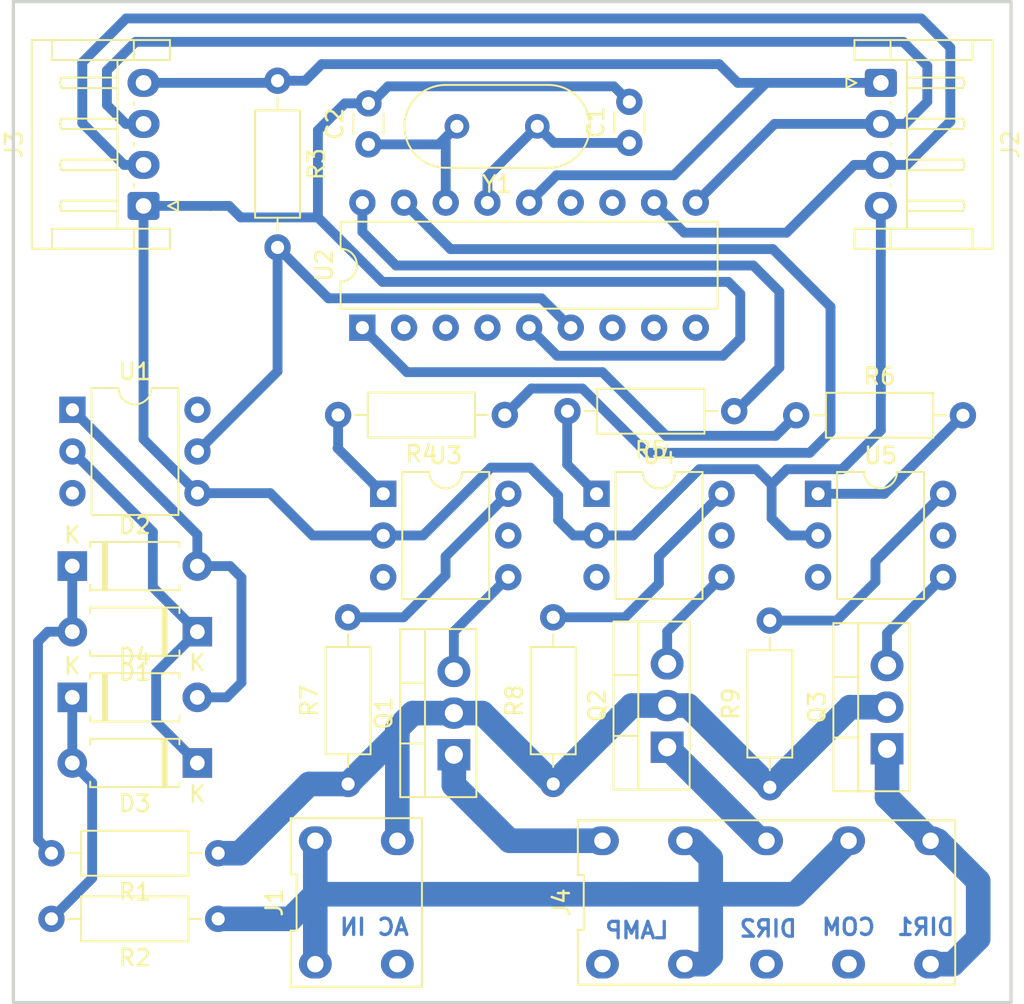
<source format=kicad_pcb>
(kicad_pcb (version 20211014) (generator pcbnew)
  (layers (0 "F.Cu" signal "cobre frontal") (31 "B.Cu" signal "Cobre traseira") (34 "B.Paste" user "Pasta traseira") (35 "F.Paste" user "Pasta frontal") (36 "B.SilkS" user "Serigrafia traseira") (37 "F.SilkS" user "Serigrafia frontal") (38 "B.Mask" user "Máscara traseira") (39 "F.Mask" user "Máscara frontal") (44 "Edge.Cuts" user "Cortes contorno"))
  (net 0 "")
  (net 3 "GND")
  (net 4 "+3V3")
  (net 5 "SCL")
  (net 6 "SDA")
  (net 21 "Net-(C1-Pad1)")
  (net 22 "Net-(C2-Pad1)")
  (net 23 "Net-(D1-Pad1)")
  (net 24 "Net-(D1-Pad2)")
  (net 25 "Net-(D2-Pad2)")
  (net 26 "Net-(D3-Pad2)")
  (net 27 "NEUT")
  (net 28 "LINE")
  (net 29 "Net-(Q1-Pad3)")
  (net 30 "Net-(Q2-Pad3)")
  (net 31 "Net-(Q3-Pad3)")
  (net 32 "ZCD")
  (net 33 "FAN_DIR1")
  (net 34 "Net-(R4-Pad2)")
  (net 35 "FAN_DIR2")
  (net 36 "Net-(R5-Pad2)")
  (net 37 "LAMP")
  (net 38 "Net-(R6-Pad2)")
  (net 39 "Net-(R7-Pad2)")
  (net 40 "Net-(R8-Pad2)")
  (net 41 "Net-(R9-Pad2)")
  (net 42 "FAN_DIR1_POWER")
  (net 43 "FAN_DIR2_POWER")
  (net 44 "LAMP_POWER")
  (footprint "Package_TO_SOT_THT:TO-220-3_Vertical" (layer "F.Cu") (at 73.045 65.14 90)
    (fp_text reference "Q3" (at 2.54 -4.27 90) (layer "F.SilkS"))
    (fp_text value "BTA16-600B")
    (pad "1" thru_hole rect (at 0 0 90) (size 1.905 2) (drill 1.1) (layers *.Cu *.Mask) (net 44 "LAMP_POWER"))
    (pad "2" thru_hole oval (at 2.54 0 90) (size 1.905 2) (drill 1.1) (layers *.Cu *.Mask) (net 28 "LINE"))
    (pad "3" thru_hole oval (at 5.08 0 90) (size 1.905 2) (drill 1.1) (layers *.Cu *.Mask) (net 31 "Net-(Q3-Pad3)"))
  )
  (footprint "Package_DIP:DIP-6_W7.62mm" (layer "F.Cu") (at 23.4 44.475)
    (fp_text reference "U1" (at 3.81 -2.33) (layer "F.SilkS"))
    (fp_text value "4N25")
    (pad "1" thru_hole rect (at 0 0) (size 1.6 1.6) (drill 0.8) (layers *.Cu *.Mask) (net 25 "Net-(D2-Pad2)"))
    (pad "2" thru_hole oval (at 0 2.54) (size 1.6 1.6) (drill 0.8) (layers *.Cu *.Mask) (net 23 "Net-(D1-Pad1)"))
    (pad "3" thru_hole oval (at 0 5.08) (size 1.6 1.6) (drill 0.8) (layers *.Cu *.Mask))
    (pad "4" thru_hole oval (at 7.62 5.08) (size 1.6 1.6) (drill 0.8) (layers *.Cu *.Mask) (net 3 "GND"))
    (pad "5" thru_hole oval (at 7.62 2.54) (size 1.6 1.6) (drill 0.8) (layers *.Cu *.Mask) (net 32 "ZCD"))
    (pad "6" thru_hole oval (at 7.62 0) (size 1.6 1.6) (drill 0.8) (layers *.Cu *.Mask))
  )
  (footprint "Resistor_THT:R_Axial_DIN0207_L6.3mm_D2.5mm_P10.16mm_Horizontal" (layer "F.Cu") (at 63.73 44.56 180)
    (fp_text reference "R5" (at 5.08 -2.37) (layer "F.SilkS"))
    (fp_text value "220R")
    (pad "1" thru_hole circle (at 0 0 180) (size 1.6 1.6) (drill 0.8) (layers *.Cu *.Mask) (net 35 "FAN_DIR2"))
    (pad "2" thru_hole oval (at 10.16 0 180) (size 1.6 1.6) (drill 0.8) (layers *.Cu *.Mask) (net 36 "Net-(R5-Pad2)"))
  )
  (footprint "Resistor_THT:R_Axial_DIN0207_L6.3mm_D2.5mm_P10.16mm_Horizontal" (layer "F.Cu") (at 35.9 24.42 -90)
    (fp_text reference "R3" (at 5.08 -2.37 90) (layer "F.SilkS"))
    (fp_text value "12k")
    (pad "1" thru_hole circle (at 0 0 270) (size 1.6 1.6) (drill 0.8) (layers *.Cu *.Mask) (net 4 "+3V3"))
    (pad "2" thru_hole oval (at 10.16 0 270) (size 1.6 1.6) (drill 0.8) (layers *.Cu *.Mask) (net 32 "ZCD"))
  )
  (footprint "Package_TO_SOT_THT:TO-220-3_Vertical" (layer "F.Cu") (at 46.645 65.5 90)
    (fp_text reference "Q1" (at 2.54 -4.27 90) (layer "F.SilkS"))
    (fp_text value "BTA16-600B")
    (pad "1" thru_hole rect (at 0 0 90) (size 1.905 2) (drill 1.1) (layers *.Cu *.Mask) (net 42 "FAN_DIR1_POWER"))
    (pad "2" thru_hole oval (at 2.54 0 90) (size 1.905 2) (drill 1.1) (layers *.Cu *.Mask) (net 28 "LINE"))
    (pad "3" thru_hole oval (at 5.08 0 90) (size 1.905 2) (drill 1.1) (layers *.Cu *.Mask) (net 29 "Net-(Q1-Pad3)"))
  )
  (footprint "Connector_Spring_Terminal_Block:Connector_Spring_Terminal_Block_5.00mm_5P_KF142V" (layer "F.Cu") (at 65.7 74.5)
    (fp_text reference "J4" (at -12.5 0 90) (layer "F.SilkS"))
    (fp_text value "Screw_Terminal_01x05")
    (pad "1" thru_hole oval (at -10 -3.76) (size 2 1.75) (drill 1) (layers *.Cu *.Mask) (net 42 "FAN_DIR1_POWER"))
    (pad "1" thru_hole oval (at -10 3.76) (size 2 1.75) (drill 1) (layers *.Cu *.Mask) (net 42 "FAN_DIR1_POWER"))
    (pad "2" thru_hole oval (at -5 -3.76) (size 2 1.75) (drill 1) (layers *.Cu *.Mask) (net 27 "NEUT"))
    (pad "2" thru_hole oval (at -5 3.76) (size 2 1.75) (drill 1) (layers *.Cu *.Mask) (net 27 "NEUT"))
    (pad "3" thru_hole oval (at 0 -3.76) (size 2 1.75) (drill 1) (layers *.Cu *.Mask) (net 43 "FAN_DIR2_POWER"))
    (pad "3" thru_hole oval (at 0 3.76) (size 2 1.75) (drill 1) (layers *.Cu *.Mask) (net 43 "FAN_DIR2_POWER"))
    (pad "4" thru_hole oval (at 5 3.76) (size 2 1.75) (drill 1) (layers *.Cu *.Mask) (net 27 "NEUT"))
    (pad "4" thru_hole oval (at 5 -3.76) (size 2 1.75) (drill 1) (layers *.Cu *.Mask) (net 27 "NEUT"))
    (pad "5" thru_hole oval (at 10 3.76) (size 2 1.75) (drill 1) (layers *.Cu *.Mask) (net 44 "LAMP_POWER"))
    (pad "5" thru_hole oval (at 10 -3.76) (size 2 1.75) (drill 1) (layers *.Cu *.Mask) (net 44 "LAMP_POWER"))
  )
  (footprint "Diode_THT:D_A-405_P7.62mm_Horizontal" (layer "F.Cu") (at 23.39 54)
    (fp_text reference "D2" (at 3.81 -2.47) (layer "F.SilkS"))
    (fp_text value "DIODE")
    (fp_text user "K" (at 0 -1.9) (layer "F.SilkS"))
    (pad "1" thru_hole rect (at 0 0) (size 1.8 1.8) (drill 0.9) (layers *.Cu *.Mask) (net 24 "Net-(D1-Pad2)"))
    (pad "2" thru_hole oval (at 7.62 0) (size 1.8 1.8) (drill 0.9) (layers *.Cu *.Mask) (net 25 "Net-(D2-Pad2)"))
  )
  (footprint "Diode_THT:D_A-405_P7.62mm_Horizontal" (layer "F.Cu") (at 31.01 58 180)
    (fp_text reference "D1" (at 3.81 -2.47) (layer "F.SilkS"))
    (fp_text value "DIODE")
    (fp_text user "K" (at 0 -1.9) (layer "F.SilkS"))
    (pad "1" thru_hole rect (at 0 0 180) (size 1.8 1.8) (drill 0.9) (layers *.Cu *.Mask) (net 23 "Net-(D1-Pad1)"))
    (pad "2" thru_hole oval (at 7.62 0 180) (size 1.8 1.8) (drill 0.9) (layers *.Cu *.Mask) (net 24 "Net-(D1-Pad2)"))
  )
  (footprint "Package_DIP:DIP-6_W7.62mm" (layer "F.Cu") (at 42.34 49.595)
    (fp_text reference "U3" (at 3.81 -2.33) (layer "F.SilkS"))
    (fp_text value "MOC3020M")
    (pad "1" thru_hole rect (at 0 0) (size 1.6 1.6) (drill 0.8) (layers *.Cu *.Mask) (net 34 "Net-(R4-Pad2)"))
    (pad "2" thru_hole oval (at 0 2.54) (size 1.6 1.6) (drill 0.8) (layers *.Cu *.Mask) (net 3 "GND"))
    (pad "3" thru_hole oval (at 0 5.08) (size 1.6 1.6) (drill 0.8) (layers *.Cu *.Mask))
    (pad "4" thru_hole oval (at 7.62 5.08) (size 1.6 1.6) (drill 0.8) (layers *.Cu *.Mask) (net 29 "Net-(Q1-Pad3)"))
    (pad "5" thru_hole oval (at 7.62 2.54) (size 1.6 1.6) (drill 0.8) (layers *.Cu *.Mask))
    (pad "6" thru_hole oval (at 7.62 0) (size 1.6 1.6) (drill 0.8) (layers *.Cu *.Mask) (net 39 "Net-(R7-Pad2)"))
  )
  (footprint "Package_DIP:DIP-18_W7.62mm" (layer "F.Cu") (at 41.07 39.47 90)
    (fp_text reference "U2" (at 3.81 -2.33 90) (layer "F.SilkS"))
    (fp_text value "PIC16F628A-IP")
    (pad "1" thru_hole rect (at 0 0 90) (size 1.6 1.6) (drill 0.8) (layers *.Cu *.Mask) (net 37 "LAMP"))
    (pad "2" thru_hole oval (at 0 2.54 90) (size 1.6 1.6) (drill 0.8) (layers *.Cu *.Mask))
    (pad "3" thru_hole oval (at 0 5.08 90) (size 1.6 1.6) (drill 0.8) (layers *.Cu *.Mask))
    (pad "4" thru_hole oval (at 0 7.62 90) (size 1.6 1.6) (drill 0.8) (layers *.Cu *.Mask))
    (pad "5" thru_hole oval (at 0 10.16 90) (size 1.6 1.6) (drill 0.8) (layers *.Cu *.Mask) (net 3 "GND"))
    (pad "6" thru_hole oval (at 0 12.7 90) (size 1.6 1.6) (drill 0.8) (layers *.Cu *.Mask) (net 32 "ZCD"))
    (pad "7" thru_hole oval (at 0 15.24 90) (size 1.6 1.6) (drill 0.8) (layers *.Cu *.Mask))
    (pad "8" thru_hole oval (at 0 17.78 90) (size 1.6 1.6) (drill 0.8) (layers *.Cu *.Mask))
    (pad "9" thru_hole oval (at 0 20.32 90) (size 1.6 1.6) (drill 0.8) (layers *.Cu *.Mask))
    (pad "10" thru_hole oval (at 7.62 20.32 90) (size 1.6 1.6) (drill 0.8) (layers *.Cu *.Mask) (net 5 "SCL"))
    (pad "11" thru_hole oval (at 7.62 17.78 90) (size 1.6 1.6) (drill 0.8) (layers *.Cu *.Mask) (net 6 "SDA"))
    (pad "12" thru_hole oval (at 7.62 15.24 90) (size 1.6 1.6) (drill 0.8) (layers *.Cu *.Mask))
    (pad "13" thru_hole oval (at 7.62 12.7 90) (size 1.6 1.6) (drill 0.8) (layers *.Cu *.Mask))
    (pad "14" thru_hole oval (at 7.62 10.16 90) (size 1.6 1.6) (drill 0.8) (layers *.Cu *.Mask) (net 4 "+3V3"))
    (pad "15" thru_hole oval (at 7.62 7.62 90) (size 1.6 1.6) (drill 0.8) (layers *.Cu *.Mask) (net 21 "Net-(C1-Pad1)"))
    (pad "16" thru_hole oval (at 7.62 5.08 90) (size 1.6 1.6) (drill 0.8) (layers *.Cu *.Mask) (net 22 "Net-(C2-Pad1)"))
    (pad "17" thru_hole oval (at 7.62 2.54 90) (size 1.6 1.6) (drill 0.8) (layers *.Cu *.Mask) (net 33 "FAN_DIR1"))
    (pad "18" thru_hole oval (at 7.62 0 90) (size 1.6 1.6) (drill 0.8) (layers *.Cu *.Mask) (net 35 "FAN_DIR2"))
  )
  (footprint "Resistor_THT:R_Axial_DIN0207_L6.3mm_D2.5mm_P10.16mm_Horizontal" (layer "F.Cu") (at 65.9 67.48 90)
    (fp_text reference "R9" (at 5.08 -2.37 90) (layer "F.SilkS"))
    (fp_text value "1k")
    (pad "1" thru_hole circle (at 0 0 90) (size 1.6 1.6) (drill 0.8) (layers *.Cu *.Mask) (net 28 "LINE"))
    (pad "2" thru_hole oval (at 10.16 0 90) (size 1.6 1.6) (drill 0.8) (layers *.Cu *.Mask) (net 41 "Net-(R9-Pad2)"))
  )
  (footprint "Package_TO_SOT_THT:TO-220-3_Vertical" (layer "F.Cu") (at 59.645 65.04 90)
    (fp_text reference "Q2" (at 2.54 -4.27 90) (layer "F.SilkS"))
    (fp_text value "BTA16-600B")
    (pad "1" thru_hole rect (at 0 0 90) (size 1.905 2) (drill 1.1) (layers *.Cu *.Mask) (net 43 "FAN_DIR2_POWER"))
    (pad "2" thru_hole oval (at 2.54 0 90) (size 1.905 2) (drill 1.1) (layers *.Cu *.Mask) (net 28 "LINE"))
    (pad "3" thru_hole oval (at 5.08 0 90) (size 1.905 2) (drill 1.1) (layers *.Cu *.Mask) (net 30 "Net-(Q2-Pad3)"))
  )
  (footprint "Resistor_THT:R_Axial_DIN0207_L6.3mm_D2.5mm_P10.16mm_Horizontal" (layer "F.Cu") (at 67.51 44.81)
    (fp_text reference "R6" (at 5.08 -2.37) (layer "F.SilkS"))
    (fp_text value "220R")
    (pad "1" thru_hole circle (at 0 0) (size 1.6 1.6) (drill 0.8) (layers *.Cu *.Mask) (net 37 "LAMP"))
    (pad "2" thru_hole oval (at 10.16 0) (size 1.6 1.6) (drill 0.8) (layers *.Cu *.Mask) (net 38 "Net-(R6-Pad2)"))
  )
  (footprint "Package_DIP:DIP-6_W7.62mm" (layer "F.Cu") (at 55.34 49.595)
    (fp_text reference "U4" (at 3.81 -2.33) (layer "F.SilkS"))
    (fp_text value "MOC3020M")
    (pad "1" thru_hole rect (at 0 0) (size 1.6 1.6) (drill 0.8) (layers *.Cu *.Mask) (net 36 "Net-(R5-Pad2)"))
    (pad "2" thru_hole oval (at 0 2.54) (size 1.6 1.6) (drill 0.8) (layers *.Cu *.Mask) (net 3 "GND"))
    (pad "3" thru_hole oval (at 0 5.08) (size 1.6 1.6) (drill 0.8) (layers *.Cu *.Mask))
    (pad "4" thru_hole oval (at 7.62 5.08) (size 1.6 1.6) (drill 0.8) (layers *.Cu *.Mask) (net 30 "Net-(Q2-Pad3)"))
    (pad "5" thru_hole oval (at 7.62 2.54) (size 1.6 1.6) (drill 0.8) (layers *.Cu *.Mask))
    (pad "6" thru_hole oval (at 7.62 0) (size 1.6 1.6) (drill 0.8) (layers *.Cu *.Mask) (net 40 "Net-(R8-Pad2)"))
  )
  (footprint "Resistor_THT:R_Axial_DIN0207_L6.3mm_D2.5mm_P10.16mm_Horizontal" (layer "F.Cu") (at 52.7 67.28 90)
    (fp_text reference "R8" (at 5.08 -2.37 90) (layer "F.SilkS"))
    (fp_text value "1k")
    (pad "1" thru_hole circle (at 0 0 90) (size 1.6 1.6) (drill 0.8) (layers *.Cu *.Mask) (net 28 "LINE"))
    (pad "2" thru_hole oval (at 10.16 0 90) (size 1.6 1.6) (drill 0.8) (layers *.Cu *.Mask) (net 40 "Net-(R8-Pad2)"))
  )
  (footprint "Connector_JST:JST_EH_S4B-EH_1x04_P2.50mm_Horizontal" (layer "F.Cu") (at 72.6675 24.55 -90)
    (fp_text reference "J2" (at 3.75 -7.9 90) (layer "F.SilkS"))
    (fp_text value "Conn_01x04")
    (pad "1" thru_hole roundrect (at 0 0 270) (size 1.7 1.95) (drill 0.95) (layers *.Cu *.Mask) (roundrect_rratio 0.1470588235) (net 4 "+3V3"))
    (pad "2" thru_hole oval (at 2.5 0 270) (size 1.7 1.95) (drill 0.95) (layers *.Cu *.Mask) (net 5 "SCL"))
    (pad "3" thru_hole oval (at 5 0 270) (size 1.7 1.95) (drill 0.95) (layers *.Cu *.Mask) (net 6 "SDA"))
    (pad "4" thru_hole oval (at 7.5 0 270) (size 1.7 1.95) (drill 0.95) (layers *.Cu *.Mask) (net 3 "GND"))
  )
  (footprint "Capacitor_THT:C_Disc_D3.0mm_W1.6mm_P2.50mm" (layer "F.Cu") (at 41.44 28.3 90)
    (fp_text reference "C2" (at 1.25 -2.05 90) (layer "F.SilkS"))
    (fp_text value "C_Small")
    (pad "1" thru_hole circle (at 0 0 90) (size 1.6 1.6) (drill 0.8) (layers *.Cu *.Mask) (net 22 "Net-(C2-Pad1)"))
    (pad "2" thru_hole circle (at 2.5 0 90) (size 1.6 1.6) (drill 0.8) (layers *.Cu *.Mask) (net 3 "GND"))
  )
  (footprint "Resistor_THT:R_Axial_DIN0207_L6.3mm_D2.5mm_P10.16mm_Horizontal" (layer "F.Cu") (at 40.2 67.28 90)
    (fp_text reference "R7" (at 5.08 -2.37 90) (layer "F.SilkS"))
    (fp_text value "1k")
    (pad "1" thru_hole circle (at 0 0 90) (size 1.6 1.6) (drill 0.8) (layers *.Cu *.Mask) (net 28 "LINE"))
    (pad "2" thru_hole oval (at 10.16 0 90) (size 1.6 1.6) (drill 0.8) (layers *.Cu *.Mask) (net 39 "Net-(R7-Pad2)"))
  )
  (footprint "Package_DIP:DIP-6_W7.62mm" (layer "F.Cu") (at 68.84 49.595)
    (fp_text reference "U5" (at 3.81 -2.33) (layer "F.SilkS"))
    (fp_text value "MOC3020M")
    (pad "1" thru_hole rect (at 0 0) (size 1.6 1.6) (drill 0.8) (layers *.Cu *.Mask) (net 38 "Net-(R6-Pad2)"))
    (pad "2" thru_hole oval (at 0 2.54) (size 1.6 1.6) (drill 0.8) (layers *.Cu *.Mask) (net 3 "GND"))
    (pad "3" thru_hole oval (at 0 5.08) (size 1.6 1.6) (drill 0.8) (layers *.Cu *.Mask))
    (pad "4" thru_hole oval (at 7.62 5.08) (size 1.6 1.6) (drill 0.8) (layers *.Cu *.Mask) (net 31 "Net-(Q3-Pad3)"))
    (pad "5" thru_hole oval (at 7.62 2.54) (size 1.6 1.6) (drill 0.8) (layers *.Cu *.Mask))
    (pad "6" thru_hole oval (at 7.62 0) (size 1.6 1.6) (drill 0.8) (layers *.Cu *.Mask) (net 41 "Net-(R9-Pad2)"))
  )
  (footprint "Diode_THT:D_A-405_P7.62mm_Horizontal" (layer "F.Cu") (at 31.01 66 180)
    (fp_text reference "D3" (at 3.81 -2.47) (layer "F.SilkS"))
    (fp_text value "DIODE")
    (fp_text user "K" (at 0 -1.9) (layer "F.SilkS"))
    (pad "1" thru_hole rect (at 0 0 180) (size 1.8 1.8) (drill 0.9) (layers *.Cu *.Mask) (net 23 "Net-(D1-Pad1)"))
    (pad "2" thru_hole oval (at 7.62 0 180) (size 1.8 1.8) (drill 0.9) (layers *.Cu *.Mask) (net 26 "Net-(D3-Pad2)"))
  )
  (footprint "Resistor_THT:R_Axial_DIN0207_L6.3mm_D2.5mm_P10.16mm_Horizontal" (layer "F.Cu") (at 32.28 71.5 180)
    (fp_text reference "R1" (at 5.08 -2.37) (layer "F.SilkS"))
    (fp_text value "56K")
    (pad "1" thru_hole circle (at 0 0 180) (size 1.6 1.6) (drill 0.8) (layers *.Cu *.Mask) (net 28 "LINE"))
    (pad "2" thru_hole oval (at 10.16 0 180) (size 1.6 1.6) (drill 0.8) (layers *.Cu *.Mask) (net 24 "Net-(D1-Pad2)"))
  )
  (footprint "Diode_THT:D_A-405_P7.62mm_Horizontal" (layer "F.Cu") (at 23.39 62)
    (fp_text reference "D4" (at 3.81 -2.47) (layer "F.SilkS"))
    (fp_text value "DIODE")
    (fp_text user "K" (at 0 -1.9) (layer "F.SilkS"))
    (pad "1" thru_hole rect (at 0 0) (size 1.8 1.8) (drill 0.9) (layers *.Cu *.Mask) (net 26 "Net-(D3-Pad2)"))
    (pad "2" thru_hole oval (at 7.62 0) (size 1.8 1.8) (drill 0.9) (layers *.Cu *.Mask) (net 25 "Net-(D2-Pad2)"))
  )
  (footprint "Resistor_THT:R_Axial_DIN0207_L6.3mm_D2.5mm_P10.16mm_Horizontal" (layer "F.Cu") (at 49.75 44.79 180)
    (fp_text reference "R4" (at 5.08 -2.37) (layer "F.SilkS"))
    (fp_text value "220R")
    (pad "1" thru_hole circle (at 0 0 180) (size 1.6 1.6) (drill 0.8) (layers *.Cu *.Mask) (net 33 "FAN_DIR1"))
    (pad "2" thru_hole oval (at 10.16 0 180) (size 1.6 1.6) (drill 0.8) (layers *.Cu *.Mask) (net 34 "Net-(R4-Pad2)"))
  )
  (footprint "Connector_JST:JST_EH_S4B-EH_1x04_P2.50mm_Horizontal" (layer "F.Cu") (at 27.7325 32.05 90)
    (fp_text reference "J3" (at 3.75 -7.9 90) (layer "F.SilkS"))
    (fp_text value "Conn_01x04")
    (pad "1" thru_hole roundrect (at 0 0 90) (size 1.7 1.95) (drill 0.95) (layers *.Cu *.Mask) (roundrect_rratio 0.1470588235) (net 3 "GND"))
    (pad "2" thru_hole oval (at 2.5 0 90) (size 1.7 1.95) (drill 0.95) (layers *.Cu *.Mask) (net 6 "SDA"))
    (pad "3" thru_hole oval (at 5 0 90) (size 1.7 1.95) (drill 0.95) (layers *.Cu *.Mask) (net 5 "SCL"))
    (pad "4" thru_hole oval (at 7.5 0 90) (size 1.7 1.95) (drill 0.95) (layers *.Cu *.Mask) (net 4 "+3V3"))
  )
  (footprint "Capacitor_THT:C_Disc_D3.0mm_W1.6mm_P2.50mm" (layer "F.Cu") (at 57.34 28.21 90)
    (fp_text reference "C1" (at 1.25 -2.05 90) (layer "F.SilkS"))
    (fp_text value "C_Small")
    (pad "1" thru_hole circle (at 0 0 90) (size 1.6 1.6) (drill 0.8) (layers *.Cu *.Mask) (net 21 "Net-(C1-Pad1)"))
    (pad "2" thru_hole circle (at 2.5 0 90) (size 1.6 1.6) (drill 0.8) (layers *.Cu *.Mask) (net 3 "GND"))
  )
  (footprint "Crystal:Crystal_HC18-U_Vertical" (layer "F.Cu") (at 51.73 27.2 180)
    (fp_text reference "Y1" (at 2.45 -3.525) (layer "F.SilkS"))
    (fp_text value "Crystal")
    (pad "1" thru_hole circle (at 0 0 180) (size 1.5 1.5) (drill 0.8) (layers *.Cu *.Mask) (net 21 "Net-(C1-Pad1)"))
    (pad "2" thru_hole circle (at 4.9 0 180) (size 1.5 1.5) (drill 0.8) (layers *.Cu *.Mask) (net 22 "Net-(C2-Pad1)"))
  )
  (footprint "Connector_Spring_Terminal_Block:Connector_Spring_Terminal_Block_5.00mm_2P_KF142V" (layer "F.Cu") (at 40.7 74.5)
    (fp_text reference "J1" (at -5 0 90) (layer "F.SilkS"))
    (fp_text value "Screw_Terminal_01x02")
    (pad "1" thru_hole oval (at -2.5 -3.76) (size 2 1.75) (drill 1) (layers *.Cu *.Mask) (net 27 "NEUT"))
    (pad "1" thru_hole oval (at -2.5 3.76) (size 2 1.75) (drill 1) (layers *.Cu *.Mask) (net 27 "NEUT"))
    (pad "2" thru_hole oval (at 2.5 3.76) (size 2 1.75) (drill 1) (layers *.Cu *.Mask) (net 28 "LINE"))
    (pad "2" thru_hole oval (at 2.5 -3.76) (size 2 1.75) (drill 1) (layers *.Cu *.Mask) (net 28 "LINE"))
  )
  (footprint "Resistor_THT:R_Axial_DIN0207_L6.3mm_D2.5mm_P10.16mm_Horizontal" (layer "F.Cu") (at 32.28 75.5 180)
    (fp_text reference "R2" (at 5.08 -2.37) (layer "F.SilkS"))
    (fp_text value "56K")
    (pad "1" thru_hole circle (at 0 0 180) (size 1.6 1.6) (drill 0.8) (layers *.Cu *.Mask) (net 27 "NEUT"))
    (pad "2" thru_hole oval (at 10.16 0 180) (size 1.6 1.6) (drill 0.8) (layers *.Cu *.Mask) (net 26 "Net-(D3-Pad2)"))
  )
  (gr_rect (start 19.8 19.6) (end 80.6 80.6) (layer "Edge.Cuts") (width 0.2) (fill none))
  (gr_text "DIR2" (at 65.8 76.1) (layer "B.Cu") (effects (font (size 1 1) (thickness 0.2)) (justify mirror)))
  (gr_text "LAMP" (at 57.8 76.2) (layer "B.Cu") (effects (font (size 1 1) (thickness 0.2)) (justify mirror)))
  (gr_text "AC IN" (at 41.8 76) (layer "B.Cu") (effects (font (size 1 1) (thickness 0.2)) (justify mirror)))
  (gr_text "COM" (at 70.7 76) (layer "B.Cu") (effects (font (size 1 1) (thickness 0.2)) (justify mirror)))
  (gr_text "DIR1" (at 75.4 76) (layer "B.Cu") (effects (font (size 1 1) (thickness 0.2)) (justify mirror)))
  (segment (start 40 25.8) (end 41.44 25.8) (width 0.6) (layer "B.Cu") (net 3))
  (segment (start 32.95 32.05) (end 33.65 32.75) (width 0.6) (layer "B.Cu") (net 3))
  (segment (start 31.02 49.555) (end 27.7325 46.2675) (width 0.6) (layer "B.Cu") (net 3))
  (segment (start 64.1 37.41) (end 64.1 40.13) (width 0.6) (layer "B.Cu") (net 3))
  (segment (start 42.29048 36.68048) (end 63.37048 36.68048) (width 0.6) (layer "B.Cu") (net 3))
  (segment (start 65.075489 48.095489) (end 66.01 49.03) (width 0.6) (layer "B.Cu") (net 3))
  (segment (start 72.6675 45.7325) (end 72.6675 32.05) (width 0.6) (layer "B.Cu") (net 3))
  (segment (start 57.565 52.135) (end 61.604511 48.095489) (width 0.6) (layer "B.Cu") (net 3))
  (segment (start 63.04952 41.18048) (end 52.94048 41.18048) (width 0.6) (layer "B.Cu") (net 3))
  (segment (start 42.34 52.135) (end 38.035 52.135) (width 0.6) (layer "B.Cu") (net 3))
  (segment (start 52.94048 41.18048) (end 51.23 39.47) (width 0.6) (layer "B.Cu") (net 3))
  (segment (start 67.055 52.135) (end 66.01 51.09) (width 0.6) (layer "B.Cu") (net 3))
  (segment (start 33.65 32.75) (end 38.36 32.75) (width 0.6) (layer "B.Cu") (net 3))
  (segment (start 42.34 52.135) (end 44.765 52.135) (width 0.6) (layer "B.Cu") (net 3))
  (segment (start 57.34 25.71) (end 56.39 24.76) (width 0.6) (layer "B.Cu") (net 3))
  (segment (start 68.84 52.135) (end 67.055 52.135) (width 0.6) (layer "B.Cu") (net 3))
  (segment (start 38.36 32.75) (end 42.29048 36.68048) (width 0.6) (layer "B.Cu") (net 3))
  (segment (start 70.304511 48.095489) (end 72.6675 45.7325) (width 0.6) (layer "B.Cu") (net 3))
  (segment (start 66.01 49.03) (end 66.944511 48.095489) (width 0.6) (layer "B.Cu") (net 3))
  (segment (start 64.1 40.13) (end 63.04952 41.18048) (width 0.6) (layer "B.Cu") (net 3))
  (segment (start 38.36 27.44) (end 40 25.8) (width 0.6) (layer "B.Cu") (net 3))
  (segment (start 27.7325 46.2675) (end 27.7325 32.05) (width 0.6) (layer "B.Cu") (net 3))
  (segment (start 27.7325 32.05) (end 31.82 32.05) (width 0.6) (layer "B.Cu") (net 3))
  (segment (start 61.604511 48.095489) (end 65.075489 48.095489) (width 0.6) (layer "B.Cu") (net 3))
  (segment (start 55.34 52.135) (end 57.565 52.135) (width 0.6) (layer "B.Cu") (net 3))
  (segment (start 31.02 49.555) (end 35.455 49.555) (width 0.6) (layer "B.Cu") (net 3))
  (segment (start 31.82 32.05) (end 32.95 32.05) (width 0.6) (layer "B.Cu") (net 3))
  (segment (start 66.944511 48.095489) (end 70.304511 48.095489) (width 0.6) (layer "B.Cu") (net 3))
  (segment (start 53.935 52.135) (end 55.34 52.135) (width 0.6) (layer "B.Cu") (net 3))
  (segment (start 63.37048 36.68048) (end 64.1 37.41) (width 0.6) (layer "B.Cu") (net 3))
  (segment (start 66.01 51.09) (end 66.01 49.03) (width 0.6) (layer "B.Cu") (net 3))
  (segment (start 42.64 24.76) (end 41.47 25.93) (width 0.6) (layer "B.Cu") (net 3))
  (segment (start 38.36 32.75) (end 38.36 27.44) (width 0.6) (layer "B.Cu") (net 3))
  (segment (start 56.39 24.76) (end 42.64 24.76) (width 0.6) (layer "B.Cu") (net 3))
  (segment (start 44.765 52.135) (end 48.9 48) (width 0.6) (layer "B.Cu") (net 3))
  (segment (start 38.035 52.135) (end 35.455 49.555) (width 0.6) (layer "B.Cu") (net 3))
  (segment (start 51.3 48) (end 53 49.7) (width 0.6) (layer "B.Cu") (net 3))
  (segment (start 48.9 48) (end 51.3 48) (width 0.6) (layer "B.Cu") (net 3))
  (segment (start 53 51.2) (end 53.935 52.135) (width 0.6) (layer "B.Cu") (net 3))
  (segment (start 53 49.7) (end 53 51.2) (width 0.6) (layer "B.Cu") (net 3))
  (segment (start 51.23 31.85) (end 52.9 30.18) (width 0.6) (layer "B.Cu") (net 4))
  (segment (start 27.7325 24.55) (end 35.77 24.55) (width 0.6) (layer "B.Cu") (net 4))
  (segment (start 60.05 30.18) (end 65.68 24.55) (width 0.6) (layer "B.Cu") (net 4))
  (segment (start 35.77 24.55) (end 35.9 24.42) (width 0.6) (layer "B.Cu") (net 4))
  (segment (start 72.6675 24.55) (end 65.68 24.55) (width 0.6) (layer "B.Cu") (net 4))
  (segment (start 62.81 23.41) (end 63.95 24.55) (width 0.6) (layer "B.Cu") (net 4))
  (segment (start 35.9 24.42) (end 37.58 24.42) (width 0.6) (layer "B.Cu") (net 4))
  (segment (start 63.95 24.55) (end 65.68 24.55) (width 0.6) (layer "B.Cu") (net 4))
  (segment (start 52.9 30.18) (end 60.05 30.18) (width 0.6) (layer "B.Cu") (net 4))
  (segment (start 38.59 23.41) (end 62.81 23.41) (width 0.6) (layer "B.Cu") (net 4))
  (segment (start 37.58 24.42) (end 38.59 23.41) (width 0.6) (layer "B.Cu") (net 4))
  (segment (start 72.6675 27.05) (end 66.19 27.05) (width 0.6) (layer "B.Cu") (net 5))
  (segment (start 25.5 23.8) (end 25.5 25.9) (width 0.6) (layer "B.Cu") (net 5))
  (segment (start 74.15 27.05) (end 75.5 25.7) (width 0.6) (layer "B.Cu") (net 5))
  (segment (start 27.25 22.05) (end 25.5 23.8) (width 0.6) (layer "B.Cu") (net 5))
  (segment (start 75.5 23.52) (end 74.03 22.05) (width 0.6) (layer "B.Cu") (net 5))
  (segment (start 25.5 25.9) (end 26.65 27.05) (width 0.6) (layer "B.Cu") (net 5))
  (segment (start 75.5 25.7) (end 75.5 23.52) (width 0.6) (layer "B.Cu") (net 5))
  (segment (start 72.6675 27.05) (end 74.15 27.05) (width 0.6) (layer "B.Cu") (net 5))
  (segment (start 26.65 27.05) (end 27.7325 27.05) (width 0.6) (layer "B.Cu") (net 5))
  (segment (start 66.19 27.05) (end 61.39 31.85) (width 0.6) (layer "B.Cu") (net 5))
  (segment (start 74.03 22.05) (end 27.25 22.05) (width 0.6) (layer "B.Cu") (net 5))
  (segment (start 66.918078 33.681922) (end 60.681922 33.681922) (width 0.6) (layer "B.Cu") (net 6))
  (segment (start 26.55 29.55) (end 27.7325 29.55) (width 0.6) (layer "B.Cu") (net 6))
  (segment (start 72.6675 29.55) (end 71.05 29.55) (width 0.6) (layer "B.Cu") (net 6))
  (segment (start 24 27) (end 26.55 29.55) (width 0.6) (layer "B.Cu") (net 6))
  (segment (start 75.12452 20.62452) (end 26.67548 20.62452) (width 0.6) (layer "B.Cu") (net 6))
  (segment (start 26.67548 20.62452) (end 24 23.3) (width 0.6) (layer "B.Cu") (net 6))
  (segment (start 74.25 29.55) (end 76.9 26.9) (width 0.6) (layer "B.Cu") (net 6))
  (segment (start 60.681922 33.681922) (end 58.85 31.85) (width 0.6) (layer "B.Cu") (net 6))
  (segment (start 71.05 29.55) (end 66.918078 33.681922) (width 0.6) (layer "B.Cu") (net 6))
  (segment (start 72.6675 29.55) (end 74.25 29.55) (width 0.6) (layer "B.Cu") (net 6))
  (segment (start 76.9 26.9) (end 76.9 22.4) (width 0.6) (layer "B.Cu") (net 6))
  (segment (start 76.9 22.4) (end 75.12452 20.62452) (width 0.6) (layer "B.Cu") (net 6))
  (segment (start 24 23.3) (end 24 27) (width 0.6) (layer "B.Cu") (net 6))
  (segment (start 48.69 31.85) (end 48.69 30.24) (width 0.6) (layer "B.Cu") (net 21))
  (segment (start 52.74 28.21) (end 51.73 27.2) (width 0.6) (layer "B.Cu") (net 21))
  (segment (start 48.69 30.24) (end 51.73 27.2) (width 0.6) (layer "B.Cu") (net 21))
  (segment (start 57.34 28.21) (end 52.74 28.21) (width 0.6) (layer "B.Cu") (net 21))
  (segment (start 46.15 31.85) (end 46.15 27.88) (width 0.6) (layer "B.Cu") (net 22))
  (segment (start 41.44 28.3) (end 45.73 28.3) (width 0.6) (layer "B.Cu") (net 22))
  (segment (start 46.15 27.88) (end 46.83 27.2) (width 0.6) (layer "B.Cu") (net 22))
  (segment (start 45.73 28.3) (end 46.83 27.2) (width 0.6) (layer "B.Cu") (net 22))
  (segment (start 23.4 47.015) (end 28.3 51.915) (width 0.6) (layer "B.Cu") (net 23))
  (segment (start 28.5 60.5) (end 28.5 63.49) (width 0.6) (layer "B.Cu") (net 23))
  (segment (start 28.3 51.915) (end 28.3 55.29) (width 0.6) (layer "B.Cu") (net 23))
  (segment (start 29.785489 59.224511) (end 29.775489 59.224511) (width 0.6) (layer "B.Cu") (net 23))
  (segment (start 31.01 58) (end 29.785489 59.224511) (width 0.6) (layer "B.Cu") (net 23))
  (segment (start 28.5 63.49) (end 31.01 66) (width 0.6) (layer "B.Cu") (net 23))
  (segment (start 28.3 55.29) (end 31.01 58) (width 0.6) (layer "B.Cu") (net 23))
  (segment (start 29.775489 59.224511) (end 28.5 60.5) (width 0.6) (layer "B.Cu") (net 23))
  (segment (start 21.3 70.68) (end 22.12 71.5) (width 0.6) (layer "B.Cu") (net 24))
  (segment (start 21.9 58) (end 21.3 58.6) (width 0.6) (layer "B.Cu") (net 24))
  (segment (start 21.3 58.6) (end 21.3 70.68) (width 0.6) (layer "B.Cu") (net 24))
  (segment (start 23.39 58) (end 21.9 58) (width 0.6) (layer "B.Cu") (net 24))
  (segment (start 23.39 54) (end 23.39 58) (width 0.6) (layer "B.Cu") (net 24))
  (segment (start 31.01 54) (end 33 54) (width 0.6) (layer "B.Cu") (net 25))
  (segment (start 33 54) (end 33.7 54.7) (width 0.6) (layer "B.Cu") (net 25))
  (segment (start 23.4 44.475) (end 31.01 52.085) (width 0.6) (layer "B.Cu") (net 25))
  (segment (start 33.7 61.1) (end 32.8 62) (width 0.6) (layer "B.Cu") (net 25))
  (segment (start 32.8 62) (end 31.01 62) (width 0.6) (layer "B.Cu") (net 25))
  (segment (start 33.7 54.7) (end 33.7 61.1) (width 0.6) (layer "B.Cu") (net 25))
  (segment (start 31.01 52.085) (end 31.01 54) (width 0.6) (layer "B.Cu") (net 25))
  (segment (start 24.6 67.21) (end 24.6 73.02) (width 0.6) (layer "B.Cu") (net 26))
  (segment (start 23.39 66) (end 23.39 62) (width 0.6) (layer "B.Cu") (net 26))
  (segment (start 24.6 73.02) (end 22.12 75.5) (width 0.6) (layer "B.Cu") (net 26))
  (segment (start 23.39 66) (end 24.6 67.21) (width 0.6) (layer "B.Cu") (net 26))
  (segment (start 60.2 74) (end 62.2 74) (width 1.5) (layer "B.Cu") (net 27))
  (segment (start 60.2 74) (end 56.44 74) (width 1.5) (layer "B.Cu") (net 27))
  (segment (start 61.836618 78.26) (end 62.3 77.796618) (width 1.5) (layer "B.Cu") (net 27))
  (segment (start 62.2 74) (end 67.44 74) (width 1.5) (layer "B.Cu") (net 27))
  (segment (start 62.3 77.796618) (end 62.3 74.1) (width 1.5) (layer "B.Cu") (net 27))
  (segment (start 67.44 74) (end 70.7 70.74) (width 1.5) (layer "B.Cu") (net 27))
  (segment (start 60.7 78.26) (end 61.836618 78.26) (width 1.5) (layer "B.Cu") (net 27))
  (segment (start 38.2 74) (end 56.44 74) (width 1.5) (layer "B.Cu") (net 27))
  (segment (start 62.3 74.1) (end 62.2 74) (width 1.5) (layer "B.Cu") (net 27))
  (segment (start 60.7 70.74) (end 61.24 70.74) (width 1.5) (layer "B.Cu") (net 27))
  (segment (start 32.28 75.5) (end 36.7 75.5) (width 1.5) (layer "B.Cu") (net 27))
  (segment (start 61.24 70.74) (end 62.3 71.8) (width 1.5) (layer "B.Cu") (net 27))
  (segment (start 62.3 71.8) (end 62.3 74.1) (width 1.5) (layer "B.Cu") (net 27))
  (segment (start 36.7 75.5) (end 38.2 74) (width 1.5) (layer "B.Cu") (net 27))
  (segment (start 38.2 78.26) (end 38.2 70.74) (width 1.5) (layer "B.Cu") (net 27))
  (segment (start 70.78 62.6) (end 73.045 62.6) (width 1.5) (layer "B.Cu") (net 28))
  (segment (start 40.2 67.28) (end 43.2 64.28) (width 1.5) (layer "B.Cu") (net 28))
  (segment (start 33.6 71.5) (end 37.82 67.28) (width 1.5) (layer "B.Cu") (net 28))
  (segment (start 46.645 62.96) (end 48.38 62.96) (width 1.5) (layer "B.Cu") (net 28))
  (segment (start 44.145 62.96) (end 46.645 62.96) (width 1.5) (layer "B.Cu") (net 28))
  (segment (start 65.9 67.48) (end 70.78 62.6) (width 1.5) (layer "B.Cu") (net 28))
  (segment (start 43.2 70.74) (end 43.2 63.905) (width 1.5) (layer "B.Cu") (net 28))
  (segment (start 37.82 67.28) (end 40.2 67.28) (width 1.5) (layer "B.Cu") (net 28))
  (segment (start 32.28 71.5) (end 33.6 71.5) (width 1.5) (layer "B.Cu") (net 28))
  (segment (start 48.38 62.96) (end 52.7 67.28) (width 1.5) (layer "B.Cu") (net 28))
  (segment (start 60.92 62.5) (end 65.9 67.48) (width 1.5) (layer "B.Cu") (net 28))
  (segment (start 43.2 64.28) (end 43.2 63.905) (width 1.5) (layer "B.Cu") (net 28))
  (segment (start 52.7 67.28) (end 57.48 62.5) (width 1.5) (layer "B.Cu") (net 28))
  (segment (start 59.645 62.5) (end 60.92 62.5) (width 1.5) (layer "B.Cu") (net 28))
  (segment (start 43.2 63.905) (end 44.145 62.96) (width 1.5) (layer "B.Cu") (net 28))
  (segment (start 57.48 62.5) (end 59.645 62.5) (width 1.5) (layer "B.Cu") (net 28))
  (segment (start 46.645 57.99) (end 49.96 54.675) (width 0.6) (layer "B.Cu") (net 29))
  (segment (start 46.645 60.42) (end 46.645 57.99) (width 0.6) (layer "B.Cu") (net 29))
  (segment (start 59.645 57.99) (end 62.96 54.675) (width 0.6) (layer "B.Cu") (net 30))
  (segment (start 59.645 59.96) (end 59.645 57.99) (width 0.6) (layer "B.Cu") (net 30))
  (segment (start 73.045 60.06) (end 73.045 58.09) (width 0.6) (layer "B.Cu") (net 31))
  (segment (start 73.045 58.09) (end 76.46 54.675) (width 0.6) (layer "B.Cu") (net 31))
  (segment (start 35.9 42.135) (end 31.02 47.015) (width 0.6) (layer "B.Cu") (net 32))
  (segment (start 53.77 39.47) (end 51.98 37.68) (width 0.6) (layer "B.Cu") (net 32))
  (segment (start 51.98 37.68) (end 39 37.68) (width 0.6) (layer "B.Cu") (net 32))
  (segment (start 39 37.68) (end 35.9 34.58) (width 0.6) (layer "B.Cu") (net 32))
  (segment (start 35.9 34.58) (end 35.9 42.135) (width 0.6) (layer "B.Cu") (net 32))
  (segment (start 58.395969 47.095969) (end 54.480489 43.180489) (width 0.6) (layer "B.Cu") (net 33))
  (segment (start 69.6 45.83) (end 68.334031 47.095969) (width 0.6) (layer "B.Cu") (net 33))
  (segment (start 54.480489 43.180489) (end 51.359511 43.180489) (width 0.6) (layer "B.Cu") (net 33))
  (segment (start 51.359511 43.180489) (end 49.75 44.79) (width 0.6) (layer "B.Cu") (net 33))
  (segment (start 43.61 31.85) (end 46.441441 34.681441) (width 0.6) (layer "B.Cu") (net 33))
  (segment (start 46.441441 34.681441) (end 66.081442 34.681442) (width 0.6) (layer "B.Cu") (net 33))
  (segment (start 66.081442 34.681442) (end 69.6 38.2) (width 0.6) (layer "B.Cu") (net 33))
  (segment (start 68.334031 47.095969) (end 58.395969 47.095969) (width 0.6) (layer "B.Cu") (net 33))
  (segment (start 69.6 38.2) (end 69.6 45.83) (width 0.6) (layer "B.Cu") (net 33))
  (segment (start 39.59 46.785) (end 39.59 44.79) (width 0.6) (layer "B.Cu") (net 34))
  (segment (start 39.56 46.815) (end 42.34 49.595) (width 0.6) (layer "B.Cu") (net 34))
  (segment (start 39.56 46.815) (end 39.59 46.785) (width 0.6) (layer "B.Cu") (net 34))
  (segment (start 43.12 35.68096) (end 64.890961 35.680961) (width 0.6) (layer "B.Cu") (net 35))
  (segment (start 41.07 31.85) (end 41.07 33.63096) (width 0.6) (layer "B.Cu") (net 35))
  (segment (start 66.48 41.91) (end 63.71 44.68) (width 0.6) (layer "B.Cu") (net 35))
  (segment (start 66.48 37.27) (end 66.48 41.91) (width 0.6) (layer "B.Cu") (net 35))
  (segment (start 41.07 33.63096) (end 43.12 35.68096) (width 0.6) (layer "B.Cu") (net 35))
  (segment (start 64.890961 35.680961) (end 66.48 37.27) (width 0.6) (layer "B.Cu") (net 35))
  (segment (start 53.55 47.805) (end 53.55 44.68) (width 0.6) (layer "B.Cu") (net 36))
  (segment (start 55.34 49.595) (end 53.55 47.805) (width 0.6) (layer "B.Cu") (net 36))
  (segment (start 59.579511 46.059511) (end 55.7 42.18) (width 0.6) (layer "B.Cu") (net 37))
  (segment (start 66.260489 46.059511) (end 59.579511 46.059511) (width 0.6) (layer "B.Cu") (net 37))
  (segment (start 67.51 44.81) (end 66.260489 46.059511) (width 0.6) (layer "B.Cu") (net 37))
  (segment (start 43.78 42.18) (end 41.07 39.47) (width 0.6) (layer "B.Cu") (net 37))
  (segment (start 55.7 42.18) (end 43.78 42.18) (width 0.6) (layer "B.Cu") (net 37))
  (segment (start 68.84 49.595) (end 72.885 49.595) (width 0.6) (layer "B.Cu") (net 38))
  (segment (start 72.885 49.595) (end 77.67 44.81) (width 0.6) (layer "B.Cu") (net 38))
  (segment (start 46.14 53.415) (end 49.96 49.595) (width 0.6) (layer "B.Cu") (net 39))
  (segment (start 43.58 57.12) (end 40.2 57.12) (width 0.6) (layer "B.Cu") (net 39))
  (segment (start 43.58 57.12) (end 46.14 54.56) (width 0.6) (layer "B.Cu") (net 39))
  (segment (start 46.14 54.56) (end 46.14 53.415) (width 0.6) (layer "B.Cu") (net 39))
  (segment (start 59.14 53.415) (end 62.96 49.595) (width 0.6) (layer "B.Cu") (net 40))
  (segment (start 57.08 57.12) (end 52.7 57.12) (width 0.6) (layer "B.Cu") (net 40))
  (segment (start 59.14 55.06) (end 59.14 53.415) (width 0.6) (layer "B.Cu") (net 40))
  (segment (start 57.08 57.12) (end 59.14 55.06) (width 0.6) (layer "B.Cu") (net 40))
  (segment (start 69.98 57.32) (end 72.34 54.96) (width 0.6) (layer "B.Cu") (net 41))
  (segment (start 72.34 54.96) (end 72.34 53.715) (width 0.6) (layer "B.Cu") (net 41))
  (segment (start 65.9 57.32) (end 69.98 57.32) (width 0.6) (layer "B.Cu") (net 41))
  (segment (start 72.34 53.715) (end 76.46 49.595) (width 0.6) (layer "B.Cu") (net 41))
  (segment (start 46.645 67.345) (end 50.04 70.74) (width 1.5) (layer "B.Cu") (net 42))
  (segment (start 50.04 70.74) (end 55.7 70.74) (width 1.5) (layer "B.Cu") (net 42))
  (segment (start 46.645 65.5) (end 46.645 67.345) (width 1.5) (layer "B.Cu") (net 42))
  (segment (start 65.7 70.74) (end 65.345 70.74) (width 1.5) (layer "B.Cu") (net 43))
  (segment (start 65.345 70.74) (end 59.645 65.04) (width 1.5) (layer "B.Cu") (net 43))
  (segment (start 77.04 78.26) (end 78.6 76.7) (width 1.5) (layer "B.Cu") (net 44))
  (segment (start 78.6 76.7) (end 78.6 73.2) (width 1.5) (layer "B.Cu") (net 44))
  (segment (start 73.045 65.14) (end 73.045 68.085) (width 1.5) (layer "B.Cu") (net 44))
  (segment (start 78.6 73.2) (end 76.14 70.74) (width 1.5) (layer "B.Cu") (net 44))
  (segment (start 76.14 70.74) (end 75.7 70.74) (width 1.5) (layer "B.Cu") (net 44))
  (segment (start 75.7 78.26) (end 77.04 78.26) (width 1.5) (layer "B.Cu") (net 44))
  (segment (start 73.045 68.085) (end 75.7 70.74) (width 1.5) (layer "B.Cu") (net 44))
)
</source>
